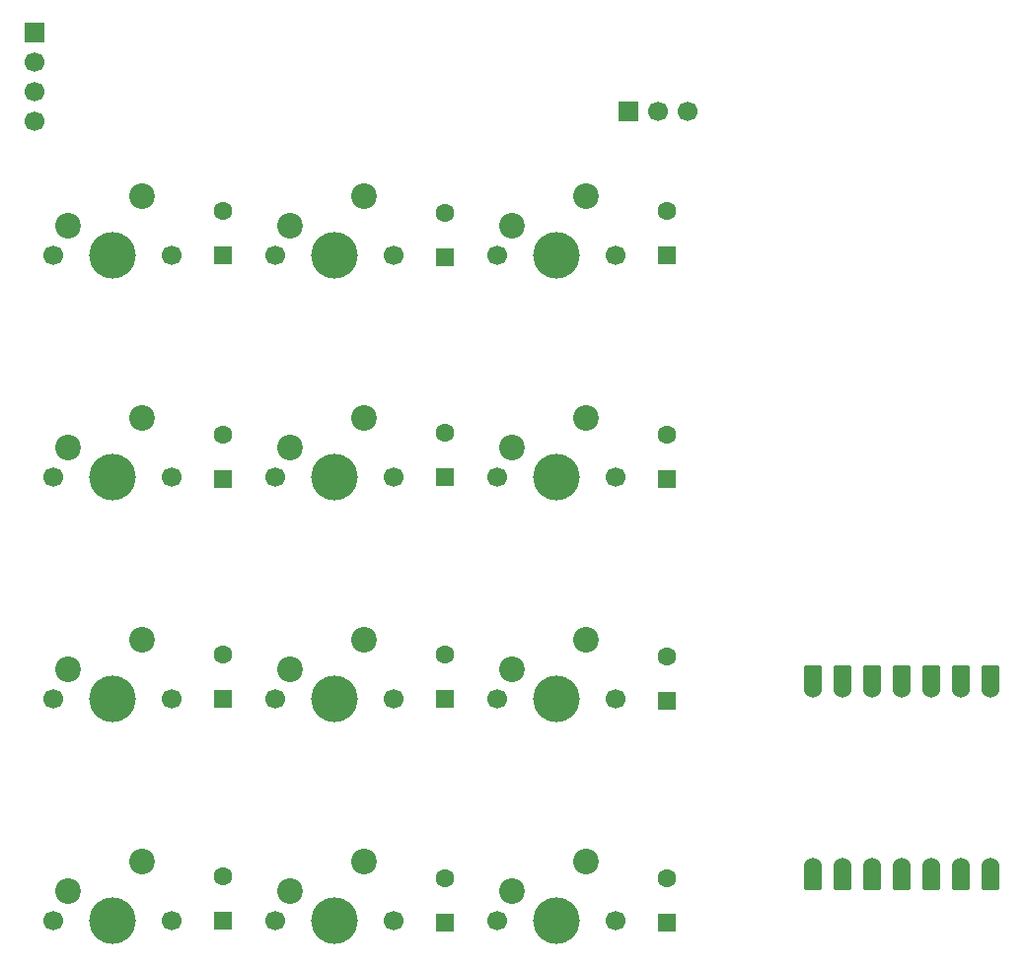
<source format=gbr>
%TF.GenerationSoftware,KiCad,Pcbnew,9.0.2*%
%TF.CreationDate,2025-07-31T17:55:32-05:00*%
%TF.ProjectId,highway,68696768-7761-4792-9e6b-696361645f70,rev?*%
%TF.SameCoordinates,Original*%
%TF.FileFunction,Soldermask,Top*%
%TF.FilePolarity,Negative*%
%FSLAX46Y46*%
G04 Gerber Fmt 4.6, Leading zero omitted, Abs format (unit mm)*
G04 Created by KiCad (PCBNEW 9.0.2) date 2025-07-31 17:55:32*
%MOMM*%
%LPD*%
G01*
G04 APERTURE LIST*
G04 Aperture macros list*
%AMRoundRect*
0 Rectangle with rounded corners*
0 $1 Rounding radius*
0 $2 $3 $4 $5 $6 $7 $8 $9 X,Y pos of 4 corners*
0 Add a 4 corners polygon primitive as box body*
4,1,4,$2,$3,$4,$5,$6,$7,$8,$9,$2,$3,0*
0 Add four circle primitives for the rounded corners*
1,1,$1+$1,$2,$3*
1,1,$1+$1,$4,$5*
1,1,$1+$1,$6,$7*
1,1,$1+$1,$8,$9*
0 Add four rect primitives between the rounded corners*
20,1,$1+$1,$2,$3,$4,$5,0*
20,1,$1+$1,$4,$5,$6,$7,0*
20,1,$1+$1,$6,$7,$8,$9,0*
20,1,$1+$1,$8,$9,$2,$3,0*%
G04 Aperture macros list end*
%ADD10C,1.700000*%
%ADD11C,4.000000*%
%ADD12C,2.200000*%
%ADD13R,1.700000X1.700000*%
%ADD14RoundRect,0.152400X0.609600X-1.063600X0.609600X1.063600X-0.609600X1.063600X-0.609600X-1.063600X0*%
%ADD15C,1.524000*%
%ADD16RoundRect,0.152400X-0.609600X1.063600X-0.609600X-1.063600X0.609600X-1.063600X0.609600X1.063600X0*%
%ADD17RoundRect,0.250000X0.550000X-0.550000X0.550000X0.550000X-0.550000X0.550000X-0.550000X-0.550000X0*%
%ADD18C,1.600000*%
G04 APERTURE END LIST*
D10*
%TO.C,SW5*%
X104457500Y-57150000D03*
D11*
X109537500Y-57150000D03*
D10*
X114617500Y-57150000D03*
D12*
X112077500Y-52070000D03*
X105727500Y-54610000D03*
%TD*%
D10*
%TO.C,SW12*%
X123507500Y-95250000D03*
D11*
X128587500Y-95250000D03*
D10*
X133667500Y-95250000D03*
D12*
X131127500Y-90170000D03*
X124777500Y-92710000D03*
%TD*%
D13*
%TO.C,motion1*%
X134820000Y-25700000D03*
D10*
X137360000Y-25700000D03*
X139900000Y-25700000D03*
%TD*%
%TO.C,SW10*%
X85407500Y-95250000D03*
D11*
X90487500Y-95250000D03*
D10*
X95567500Y-95250000D03*
D12*
X93027500Y-90170000D03*
X86677500Y-92710000D03*
%TD*%
D10*
%TO.C,SW6*%
X123507500Y-57150000D03*
D11*
X128587500Y-57150000D03*
D10*
X133667500Y-57150000D03*
D12*
X131127500Y-52070000D03*
X124777500Y-54610000D03*
%TD*%
D10*
%TO.C,SW2*%
X104457500Y-38100000D03*
D11*
X109537500Y-38100000D03*
D10*
X114617500Y-38100000D03*
D12*
X112077500Y-33020000D03*
X105727500Y-35560000D03*
%TD*%
D10*
%TO.C,SW4*%
X85407500Y-57150000D03*
D11*
X90487500Y-57150000D03*
D10*
X95567500Y-57150000D03*
D12*
X93027500Y-52070000D03*
X86677500Y-54610000D03*
%TD*%
D10*
%TO.C,SW9*%
X123507500Y-76200000D03*
D11*
X128587500Y-76200000D03*
D10*
X133667500Y-76200000D03*
D12*
X131127500Y-71120000D03*
X124777500Y-73660000D03*
%TD*%
D10*
%TO.C,SW1*%
X85407500Y-38100000D03*
D11*
X90487500Y-38100000D03*
D10*
X95567500Y-38100000D03*
D12*
X93027500Y-33020000D03*
X86677500Y-35560000D03*
%TD*%
D10*
%TO.C,SW7*%
X85407500Y-76200000D03*
D11*
X90487500Y-76200000D03*
D10*
X95567500Y-76200000D03*
D12*
X93027500Y-71120000D03*
X86677500Y-73660000D03*
%TD*%
D10*
%TO.C,SW3*%
X123507500Y-38100000D03*
D11*
X128587500Y-38100000D03*
D10*
X133667500Y-38100000D03*
D12*
X131127500Y-33020000D03*
X124777500Y-35560000D03*
%TD*%
D10*
%TO.C,SW8*%
X104457500Y-76200000D03*
D11*
X109537500Y-76200000D03*
D10*
X114617500Y-76200000D03*
D12*
X112077500Y-71120000D03*
X105727500Y-73660000D03*
%TD*%
D14*
%TO.C,U1*%
X165901500Y-74545000D03*
D15*
X165901500Y-75380000D03*
D14*
X163361500Y-74545000D03*
D15*
X163361500Y-75380000D03*
D14*
X160821500Y-74545000D03*
D15*
X160821500Y-75380000D03*
D14*
X158281500Y-74545000D03*
D15*
X158281500Y-75380000D03*
D14*
X155741500Y-74545000D03*
D15*
X155741500Y-75380000D03*
D14*
X153201500Y-74545000D03*
D15*
X153201500Y-75380000D03*
D14*
X150661500Y-74545000D03*
D15*
X150661500Y-75380000D03*
X150661500Y-90620000D03*
D16*
X150661500Y-91455000D03*
D15*
X153201500Y-90620000D03*
D16*
X153201500Y-91455000D03*
D15*
X155741500Y-90620000D03*
D16*
X155741500Y-91455000D03*
D15*
X158281500Y-90620000D03*
D16*
X158281500Y-91455000D03*
D15*
X160821500Y-90620000D03*
D16*
X160821500Y-91455000D03*
D15*
X163361500Y-90620000D03*
D16*
X163361500Y-91455000D03*
D15*
X165901500Y-90620000D03*
D16*
X165901500Y-91455000D03*
%TD*%
D10*
%TO.C,SW11*%
X104457500Y-95250000D03*
D11*
X109537500Y-95250000D03*
D10*
X114617500Y-95250000D03*
D12*
X112077500Y-90170000D03*
X105727500Y-92710000D03*
%TD*%
D13*
%TO.C,OLED1*%
X83800000Y-18990000D03*
D10*
X83800000Y-21530000D03*
X83800000Y-24070000D03*
X83800000Y-26610000D03*
%TD*%
D17*
%TO.C,D8*%
X119062500Y-76200000D03*
D18*
X119062500Y-72390000D03*
%TD*%
D17*
%TO.C,D3*%
X138112500Y-38100000D03*
D18*
X138112500Y-34290000D03*
%TD*%
D17*
%TO.C,D1*%
X100012500Y-38100000D03*
D18*
X100012500Y-34290000D03*
%TD*%
D17*
%TO.C,D6*%
X138112500Y-57308750D03*
D18*
X138112500Y-53498750D03*
%TD*%
D17*
%TO.C,D4*%
X100012500Y-57308750D03*
D18*
X100012500Y-53498750D03*
%TD*%
D17*
%TO.C,D2*%
X119062500Y-38258750D03*
D18*
X119062500Y-34448750D03*
%TD*%
D17*
%TO.C,D7*%
X100012500Y-76200000D03*
D18*
X100012500Y-72390000D03*
%TD*%
D17*
%TO.C,D10*%
X100012500Y-95250000D03*
D18*
X100012500Y-91440000D03*
%TD*%
D17*
%TO.C,D12*%
X138112500Y-95408750D03*
D18*
X138112500Y-91598750D03*
%TD*%
D17*
%TO.C,D5*%
X119062500Y-57150000D03*
D18*
X119062500Y-53340000D03*
%TD*%
D17*
%TO.C,D11*%
X119062500Y-95408750D03*
D18*
X119062500Y-91598750D03*
%TD*%
D17*
%TO.C,D9*%
X138112500Y-76358750D03*
D18*
X138112500Y-72548750D03*
%TD*%
M02*

</source>
